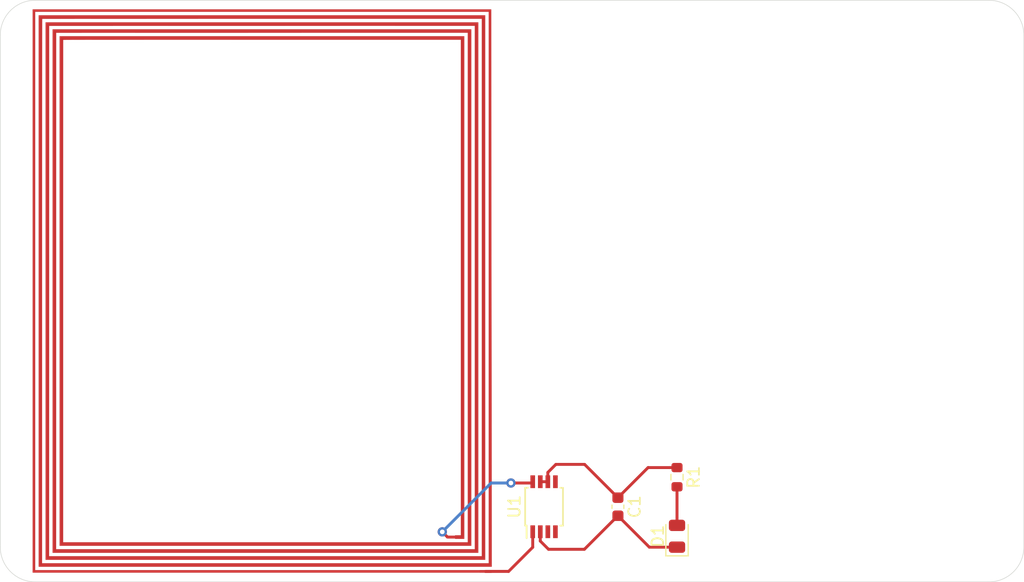
<source format=kicad_pcb>
(kicad_pcb (version 20171130) (host pcbnew 5.1.10)

  (general
    (thickness 1.6)
    (drawings 8)
    (tracks 25)
    (zones 0)
    (modules 5)
    (nets 9)
  )

  (page A4)
  (layers
    (0 F.Cu signal)
    (31 B.Cu signal)
    (32 B.Adhes user)
    (33 F.Adhes user)
    (34 B.Paste user)
    (35 F.Paste user)
    (36 B.SilkS user)
    (37 F.SilkS user)
    (38 B.Mask user)
    (39 F.Mask user)
    (40 Dwgs.User user)
    (41 Cmts.User user)
    (42 Eco1.User user)
    (43 Eco2.User user)
    (44 Edge.Cuts user)
    (45 Margin user)
    (46 B.CrtYd user)
    (47 F.CrtYd user)
    (48 B.Fab user)
    (49 F.Fab user)
  )

  (setup
    (last_trace_width 0.25)
    (trace_clearance 0.2)
    (zone_clearance 0.508)
    (zone_45_only no)
    (trace_min 0.2)
    (via_size 0.8)
    (via_drill 0.4)
    (via_min_size 0.4)
    (via_min_drill 0.3)
    (uvia_size 0.3)
    (uvia_drill 0.1)
    (uvias_allowed no)
    (uvia_min_size 0.2)
    (uvia_min_drill 0.1)
    (edge_width 0.05)
    (segment_width 0.2)
    (pcb_text_width 0.3)
    (pcb_text_size 1.5 1.5)
    (mod_edge_width 0.12)
    (mod_text_size 1 1)
    (mod_text_width 0.15)
    (pad_size 1.524 1.524)
    (pad_drill 0.762)
    (pad_to_mask_clearance 0)
    (aux_axis_origin 0 0)
    (visible_elements FFFFFF7F)
    (pcbplotparams
      (layerselection 0x010fc_ffffffff)
      (usegerberextensions false)
      (usegerberattributes true)
      (usegerberadvancedattributes true)
      (creategerberjobfile true)
      (excludeedgelayer true)
      (linewidth 0.100000)
      (plotframeref false)
      (viasonmask false)
      (mode 1)
      (useauxorigin false)
      (hpglpennumber 1)
      (hpglpenspeed 20)
      (hpglpendiameter 15.000000)
      (psnegative false)
      (psa4output false)
      (plotreference true)
      (plotvalue true)
      (plotinvisibletext false)
      (padsonsilk false)
      (subtractmaskfromsilk false)
      (outputformat 1)
      (mirror false)
      (drillshape 1)
      (scaleselection 1)
      (outputdirectory ""))
  )

  (net 0 "")
  (net 1 "Net-(C1-Pad1)")
  (net 2 "Net-(C1-Pad2)")
  (net 3 "Net-(D1-Pad2)")
  (net 4 "Net-(L1-Pad1)")
  (net 5 "Net-(L1-Pad2)")
  (net 6 "Net-(U1-Pad3)")
  (net 7 "Net-(U1-Pad4)")
  (net 8 "Net-(U1-Pad5)")

  (net_class Default "This is the default net class."
    (clearance 0.2)
    (trace_width 0.25)
    (via_dia 0.8)
    (via_drill 0.4)
    (uvia_dia 0.3)
    (uvia_drill 0.1)
    (add_net "Net-(C1-Pad1)")
    (add_net "Net-(C1-Pad2)")
    (add_net "Net-(D1-Pad2)")
    (add_net "Net-(L1-Pad1)")
    (add_net "Net-(L1-Pad2)")
    (add_net "Net-(U1-Pad3)")
    (add_net "Net-(U1-Pad4)")
    (add_net "Net-(U1-Pad5)")
  )

  (module Capacitor_SMD:C_0603_1608Metric (layer F.Cu) (tedit 5F68FEEE) (tstamp 61B906EC)
    (at 183.1 123.54 270)
    (descr "Capacitor SMD 0603 (1608 Metric), square (rectangular) end terminal, IPC_7351 nominal, (Body size source: IPC-SM-782 page 76, https://www.pcb-3d.com/wordpress/wp-content/uploads/ipc-sm-782a_amendment_1_and_2.pdf), generated with kicad-footprint-generator")
    (tags capacitor)
    (path /61B7AF78)
    (attr smd)
    (fp_text reference C1 (at 0 -1.43 90) (layer F.SilkS)
      (effects (font (size 1 1) (thickness 0.15)))
    )
    (fp_text value 0.22uF (at 0 1.43 90) (layer F.Fab)
      (effects (font (size 1 1) (thickness 0.15)))
    )
    (fp_line (start 1.48 0.73) (end -1.48 0.73) (layer F.CrtYd) (width 0.05))
    (fp_line (start 1.48 -0.73) (end 1.48 0.73) (layer F.CrtYd) (width 0.05))
    (fp_line (start -1.48 -0.73) (end 1.48 -0.73) (layer F.CrtYd) (width 0.05))
    (fp_line (start -1.48 0.73) (end -1.48 -0.73) (layer F.CrtYd) (width 0.05))
    (fp_line (start -0.14058 0.51) (end 0.14058 0.51) (layer F.SilkS) (width 0.12))
    (fp_line (start -0.14058 -0.51) (end 0.14058 -0.51) (layer F.SilkS) (width 0.12))
    (fp_line (start 0.8 0.4) (end -0.8 0.4) (layer F.Fab) (width 0.1))
    (fp_line (start 0.8 -0.4) (end 0.8 0.4) (layer F.Fab) (width 0.1))
    (fp_line (start -0.8 -0.4) (end 0.8 -0.4) (layer F.Fab) (width 0.1))
    (fp_line (start -0.8 0.4) (end -0.8 -0.4) (layer F.Fab) (width 0.1))
    (fp_text user %R (at 0 0 90) (layer F.Fab)
      (effects (font (size 0.4 0.4) (thickness 0.06)))
    )
    (pad 1 smd roundrect (at -0.775 0 270) (size 0.9 0.95) (layers F.Cu F.Paste F.Mask) (roundrect_rratio 0.25)
      (net 1 "Net-(C1-Pad1)"))
    (pad 2 smd roundrect (at 0.775 0 270) (size 0.9 0.95) (layers F.Cu F.Paste F.Mask) (roundrect_rratio 0.25)
      (net 2 "Net-(C1-Pad2)"))
    (model ${KISYS3DMOD}/Capacitor_SMD.3dshapes/C_0603_1608Metric.wrl
      (at (xyz 0 0 0))
      (scale (xyz 1 1 1))
      (rotate (xyz 0 0 0))
    )
  )

  (module LED_SMD:LED_0805_2012Metric (layer F.Cu) (tedit 5F68FEF1) (tstamp 61B906FF)
    (at 188.18 126.08 90)
    (descr "LED SMD 0805 (2012 Metric), square (rectangular) end terminal, IPC_7351 nominal, (Body size source: https://docs.google.com/spreadsheets/d/1BsfQQcO9C6DZCsRaXUlFlo91Tg2WpOkGARC1WS5S8t0/edit?usp=sharing), generated with kicad-footprint-generator")
    (tags LED)
    (path /61B7A3D5)
    (attr smd)
    (fp_text reference D1 (at 0 -1.65 90) (layer F.SilkS)
      (effects (font (size 1 1) (thickness 0.15)))
    )
    (fp_text value LED (at 0 1.65 90) (layer F.Fab)
      (effects (font (size 1 1) (thickness 0.15)))
    )
    (fp_line (start 1.68 0.95) (end -1.68 0.95) (layer F.CrtYd) (width 0.05))
    (fp_line (start 1.68 -0.95) (end 1.68 0.95) (layer F.CrtYd) (width 0.05))
    (fp_line (start -1.68 -0.95) (end 1.68 -0.95) (layer F.CrtYd) (width 0.05))
    (fp_line (start -1.68 0.95) (end -1.68 -0.95) (layer F.CrtYd) (width 0.05))
    (fp_line (start -1.685 0.96) (end 1 0.96) (layer F.SilkS) (width 0.12))
    (fp_line (start -1.685 -0.96) (end -1.685 0.96) (layer F.SilkS) (width 0.12))
    (fp_line (start 1 -0.96) (end -1.685 -0.96) (layer F.SilkS) (width 0.12))
    (fp_line (start 1 0.6) (end 1 -0.6) (layer F.Fab) (width 0.1))
    (fp_line (start -1 0.6) (end 1 0.6) (layer F.Fab) (width 0.1))
    (fp_line (start -1 -0.3) (end -1 0.6) (layer F.Fab) (width 0.1))
    (fp_line (start -0.7 -0.6) (end -1 -0.3) (layer F.Fab) (width 0.1))
    (fp_line (start 1 -0.6) (end -0.7 -0.6) (layer F.Fab) (width 0.1))
    (fp_text user %R (at 0 0 90) (layer F.Fab)
      (effects (font (size 0.5 0.5) (thickness 0.08)))
    )
    (pad 1 smd roundrect (at -0.9375 0 90) (size 0.975 1.4) (layers F.Cu F.Paste F.Mask) (roundrect_rratio 0.25)
      (net 2 "Net-(C1-Pad2)"))
    (pad 2 smd roundrect (at 0.9375 0 90) (size 0.975 1.4) (layers F.Cu F.Paste F.Mask) (roundrect_rratio 0.25)
      (net 3 "Net-(D1-Pad2)"))
    (model ${KISYS3DMOD}/LED_SMD.3dshapes/LED_0805_2012Metric.wrl
      (at (xyz 0 0 0))
      (scale (xyz 1 1 1))
      (rotate (xyz 0 0 0))
    )
  )

  (module NFC-card:antenna (layer F.Cu) (tedit 61B79B14) (tstamp 61B90706)
    (at 152.5 105 180)
    (path /61B7B98A)
    (fp_text reference L1 (at 0 0) (layer F.SilkS) hide
      (effects (font (size 1.524 1.524) (thickness 0.3)))
    )
    (fp_text value NFC_ANT (at 0.75 0) (layer F.SilkS) hide
      (effects (font (size 1.524 1.524) (thickness 0.3)))
    )
    (fp_poly (pts (xy 19.71675 24.214667) (xy -19.706166 24.214667) (xy -19.75 -23.7) (xy -19.5 -23.7)
      (xy -19.5 -23.696083) (xy 19.198167 -23.696083) (xy 19.198167 23.706667) (xy -19.187583 23.706667)
      (xy -19.187583 -23.103417) (xy 18.6055 -23.103417) (xy 18.6055 23.103417) (xy -18.594916 23.103417)
      (xy -18.594916 -22.500167) (xy 18.00225 -22.500167) (xy 18.00225 22.500167) (xy -17.991666 22.500167)
      (xy -17.991666 -21.896917) (xy 17.399 -21.896917) (xy 17.399 21.9075) (xy -17.388416 21.9075)
      (xy -17.388416 -21.30425) (xy -16.6 -21.3) (xy -16.6 -21.2) (xy -16.6 -21)
      (xy -16.79575 -20.997333) (xy -17.102666 -20.997333) (xy -17.102666 21.611167) (xy -0.006424 21.611167)
      (xy 0.723326 21.611165) (xy 1.432209 21.611162) (xy 2.120523 21.611155) (xy 2.788569 21.611145)
      (xy 3.436645 21.611132) (xy 4.06505 21.611116) (xy 4.674083 21.611095) (xy 5.264045 21.61107)
      (xy 5.835234 21.61104) (xy 6.387949 21.611006) (xy 6.92249 21.610966) (xy 7.439155 21.610921)
      (xy 7.938245 21.61087) (xy 8.420058 21.610814) (xy 8.884893 21.61075) (xy 9.33305 21.61068)
      (xy 9.764828 21.610604) (xy 10.180526 21.61052) (xy 10.580443 21.610428) (xy 10.964879 21.610329)
      (xy 11.334133 21.610222) (xy 11.688504 21.610106) (xy 12.028291 21.609981) (xy 12.353793 21.609848)
      (xy 12.66531 21.609705) (xy 12.963141 21.609553) (xy 13.247586 21.609391) (xy 13.518942 21.609219)
      (xy 13.77751 21.609036) (xy 14.023589 21.608843) (xy 14.257478 21.608638) (xy 14.479477 21.608423)
      (xy 14.689884 21.608195) (xy 14.888998 21.607956) (xy 15.07712 21.607705) (xy 15.254547 21.607441)
      (xy 15.42158 21.607164) (xy 15.578518 21.606874) (xy 15.725659 21.606571) (xy 15.863304 21.606254)
      (xy 15.99175 21.605924) (xy 16.111299 21.605579) (xy 16.222248 21.605219) (xy 16.324897 21.604845)
      (xy 16.419545 21.604455) (xy 16.506491 21.60405) (xy 16.586035 21.60363) (xy 16.658476 21.603193)
      (xy 16.724113 21.60274) (xy 16.783246 21.602271) (xy 16.836172 21.601784) (xy 16.883193 21.601281)
      (xy 16.924606 21.60076) (xy 16.960712 21.600221) (xy 16.991809 21.599664) (xy 17.018197 21.599089)
      (xy 17.040174 21.598496) (xy 17.058041 21.597883) (xy 17.072096 21.597251) (xy 17.082638 21.596599)
      (xy 17.089968 21.595928) (xy 17.094383 21.595237) (xy 17.096183 21.594525) (xy 17.096243 21.594426)
      (xy 17.096444 21.583369) (xy 17.096644 21.551458) (xy 17.096842 21.49901) (xy 17.097039 21.426337)
      (xy 17.097233 21.333753) (xy 17.097426 21.221573) (xy 17.097617 21.09011) (xy 17.097806 20.939679)
      (xy 17.097993 20.770594) (xy 17.098177 20.583168) (xy 17.098359 20.377716) (xy 17.098539 20.154552)
      (xy 17.098716 19.91399) (xy 17.098891 19.656343) (xy 17.099063 19.381927) (xy 17.099232 19.091054)
      (xy 17.099398 18.784039) (xy 17.099561 18.461197) (xy 17.099721 18.12284) (xy 17.099878 17.769283)
      (xy 17.100032 17.400841) (xy 17.100182 17.017826) (xy 17.100329 16.620554) (xy 17.100473 16.209338)
      (xy 17.100612 15.784492) (xy 17.100748 15.346331) (xy 17.10088 14.895168) (xy 17.101009 14.431317)
      (xy 17.101133 13.955093) (xy 17.101253 13.466809) (xy 17.101369 12.96678) (xy 17.10148 12.45532)
      (xy 17.101587 11.932741) (xy 17.10169 11.39936) (xy 17.101788 10.855489) (xy 17.101882 10.301443)
      (xy 17.10197 9.737536) (xy 17.102054 9.164081) (xy 17.102133 8.581393) (xy 17.102207 7.989786)
      (xy 17.102276 7.389574) (xy 17.102339 6.781071) (xy 17.102397 6.164591) (xy 17.10245 5.540448)
      (xy 17.102497 4.908956) (xy 17.102539 4.270429) (xy 17.102575 3.625181) (xy 17.102605 2.973526)
      (xy 17.102629 2.315779) (xy 17.102648 1.652252) (xy 17.10266 0.983261) (xy 17.102666 0.30912)
      (xy 17.102667 -0.011449) (xy 17.102667 -21.600583) (xy -17.695333 -21.600583) (xy -17.695333 22.214423)
      (xy 17.700625 22.209125) (xy 17.703274 0.007937) (xy 17.705922 -22.19325) (xy -18.298583 -22.19325)
      (xy -18.298583 22.807089) (xy 0.002646 22.80444) (xy 18.303875 22.801792) (xy 18.306523 0.002646)
      (xy 18.309172 -22.7965) (xy -18.901833 -22.7965) (xy -18.901833 23.410333) (xy -0.011449 23.410333)
      (xy 0.621178 23.41033) (xy 1.248784 23.410319) (xy 1.871032 23.410301) (xy 2.487586 23.410277)
      (xy 3.098112 23.410246) (xy 3.702273 23.410208) (xy 4.299734 23.410163) (xy 4.890158 23.410113)
      (xy 5.473211 23.410055) (xy 6.048555 23.409992) (xy 6.615856 23.409923) (xy 7.174777 23.409848)
      (xy 7.724984 23.409767) (xy 8.266139 23.40968) (xy 8.797908 23.409587) (xy 9.319954 23.40949)
      (xy 9.831943 23.409386) (xy 10.333537 23.409278) (xy 10.824401 23.409164) (xy 11.3042 23.409045)
      (xy 11.772597 23.408922) (xy 12.229258 23.408793) (xy 12.673845 23.40866) (xy 13.106024 23.408523)
      (xy 13.525458 23.40838) (xy 13.931813 23.408234) (xy 14.324751 23.408083) (xy 14.703938 23.407928)
      (xy 15.069037 23.40777) (xy 15.419713 23.407607) (xy 15.75563 23.40744) (xy 16.076452 23.40727)
      (xy 16.381843 23.407096) (xy 16.671468 23.406919) (xy 16.944991 23.406739) (xy 17.202076 23.406555)
      (xy 17.442387 23.406368) (xy 17.665589 23.406178) (xy 17.871346 23.405986) (xy 18.059322 23.40579)
      (xy 18.229181 23.405592) (xy 18.380587 23.405392) (xy 18.513205 23.405189) (xy 18.626699 23.404984)
      (xy 18.720733 23.404776) (xy 18.794972 23.404567) (xy 18.849079 23.404355) (xy 18.882719 23.404142)
      (xy 18.895556 23.403927) (xy 18.895676 23.403909) (xy 18.896288 23.402493) (xy 18.896885 23.398549)
      (xy 18.897468 23.391822) (xy 18.898035 23.382055) (xy 18.898589 23.368994) (xy 18.899128 23.352381)
      (xy 18.899653 23.331963) (xy 18.900164 23.307482) (xy 18.900662 23.278684) (xy 18.901146 23.245311)
      (xy 18.901616 23.207109) (xy 18.902074 23.163822) (xy 18.902518 23.115194) (xy 18.90295 23.060969)
      (xy 18.903369 23.000892) (xy 18.903776 22.934707) (xy 18.904171 22.862157) (xy 18.904554 22.782988)
      (xy 18.904924 22.696943) (xy 18.905283 22.603767) (xy 18.905631 22.503204) (xy 18.905967 22.394998)
      (xy 18.906292 22.278893) (xy 18.906607 22.154635) (xy 18.90691 22.021966) (xy 18.907203 21.880631)
      (xy 18.907486 21.730375) (xy 18.907758 21.570941) (xy 18.90802 21.402074) (xy 18.908273 21.223519)
      (xy 18.908515 21.035018) (xy 18.908749 20.836318) (xy 18.908973 20.627161) (xy 18.909188 20.407292)
      (xy 18.909394 20.176456) (xy 18.909591 19.934396) (xy 18.90978 19.680857) (xy 18.90996 19.415583)
      (xy 18.910132 19.138319) (xy 18.910296 18.848808) (xy 18.910453 18.546795) (xy 18.910601 18.232023)
      (xy 18.910742 17.904239) (xy 18.910876 17.563184) (xy 18.911003 17.208605) (xy 18.911123 16.840244)
      (xy 18.911236 16.457847) (xy 18.911343 16.061157) (xy 18.911443 15.649919) (xy 18.911537 15.223877)
      (xy 18.911625 14.782775) (xy 18.911708 14.326357) (xy 18.911784 13.854369) (xy 18.911855 13.366553)
      (xy 18.911921 12.862654) (xy 18.911982 12.342417) (xy 18.912038 11.805585) (xy 18.912089 11.251904)
      (xy 18.912136 10.681116) (xy 18.912178 10.092967) (xy 18.912217 9.487201) (xy 18.912251 8.863561)
      (xy 18.912281 8.221793) (xy 18.912308 7.56164) (xy 18.912331 6.882846) (xy 18.912351 6.185157)
      (xy 18.912368 5.468315) (xy 18.912382 4.732066) (xy 18.912394 3.976153) (xy 18.912403 3.200321)
      (xy 18.912409 2.404315) (xy 18.912414 1.587877) (xy 18.912416 0.750753) (xy 18.912417 -0.001132)
      (xy 18.912417 -23.39975) (xy -19.4945 -23.39975) (xy -19.4945 24.013583) (xy 19.505084 24.013583)
      (xy 19.505084 -23.992417) (xy -19.4945 -23.992417) (xy -19.75 -23.992417) (xy -19.75 -24.204083)
      (xy 19.71675 -24.204083) (xy 19.71675 24.214667)) (layer F.Cu) (width 0.01))
    (pad 1 smd rect (at -16.85 -21.15 180) (size 0.5 0.2) (layers F.Cu F.Paste)
      (net 4 "Net-(L1-Pad1)"))
    (pad 2 smd rect (at -19.2 -24.1 180) (size 1 0.2) (layers F.Cu F.Paste)
      (net 5 "Net-(L1-Pad2)"))
  )

  (module Resistor_SMD:R_0603_1608Metric (layer F.Cu) (tedit 5F68FEEE) (tstamp 61B90A22)
    (at 188.18 121 270)
    (descr "Resistor SMD 0603 (1608 Metric), square (rectangular) end terminal, IPC_7351 nominal, (Body size source: IPC-SM-782 page 72, https://www.pcb-3d.com/wordpress/wp-content/uploads/ipc-sm-782a_amendment_1_and_2.pdf), generated with kicad-footprint-generator")
    (tags resistor)
    (path /61B79988)
    (attr smd)
    (fp_text reference R1 (at 0 -1.43 90) (layer F.SilkS)
      (effects (font (size 1 1) (thickness 0.15)))
    )
    (fp_text value 47 (at 0 1.43 90) (layer F.Fab)
      (effects (font (size 1 1) (thickness 0.15)))
    )
    (fp_line (start 1.48 0.73) (end -1.48 0.73) (layer F.CrtYd) (width 0.05))
    (fp_line (start 1.48 -0.73) (end 1.48 0.73) (layer F.CrtYd) (width 0.05))
    (fp_line (start -1.48 -0.73) (end 1.48 -0.73) (layer F.CrtYd) (width 0.05))
    (fp_line (start -1.48 0.73) (end -1.48 -0.73) (layer F.CrtYd) (width 0.05))
    (fp_line (start -0.237258 0.5225) (end 0.237258 0.5225) (layer F.SilkS) (width 0.12))
    (fp_line (start -0.237258 -0.5225) (end 0.237258 -0.5225) (layer F.SilkS) (width 0.12))
    (fp_line (start 0.8 0.4125) (end -0.8 0.4125) (layer F.Fab) (width 0.1))
    (fp_line (start 0.8 -0.4125) (end 0.8 0.4125) (layer F.Fab) (width 0.1))
    (fp_line (start -0.8 -0.4125) (end 0.8 -0.4125) (layer F.Fab) (width 0.1))
    (fp_line (start -0.8 0.4125) (end -0.8 -0.4125) (layer F.Fab) (width 0.1))
    (fp_text user %R (at 0 0 90) (layer F.Fab)
      (effects (font (size 0.4 0.4) (thickness 0.06)))
    )
    (pad 1 smd roundrect (at -0.825 0 270) (size 0.8 0.95) (layers F.Cu F.Paste F.Mask) (roundrect_rratio 0.25)
      (net 1 "Net-(C1-Pad1)"))
    (pad 2 smd roundrect (at 0.825 0 270) (size 0.8 0.95) (layers F.Cu F.Paste F.Mask) (roundrect_rratio 0.25)
      (net 3 "Net-(D1-Pad2)"))
    (model ${KISYS3DMOD}/Resistor_SMD.3dshapes/R_0603_1608Metric.wrl
      (at (xyz 0 0 0))
      (scale (xyz 1 1 1))
      (rotate (xyz 0 0 0))
    )
  )

  (module Package_SO:TSSOP-8_3x3mm_P0.65mm (layer F.Cu) (tedit 5A02F25C) (tstamp 61B9090A)
    (at 176.75 123.54 90)
    (descr "TSSOP8: plastic thin shrink small outline package; 8 leads; body width 3 mm; (see NXP SSOP-TSSOP-VSO-REFLOW.pdf and sot505-1_po.pdf)")
    (tags "SSOP 0.65")
    (path /61B786C3)
    (attr smd)
    (fp_text reference U1 (at 0 -2.55 90) (layer F.SilkS)
      (effects (font (size 1 1) (thickness 0.15)))
    )
    (fp_text value NT3H2111 (at 0 2.55 90) (layer F.Fab)
      (effects (font (size 1 1) (thickness 0.15)))
    )
    (fp_line (start -1.625 -1.5) (end -2.7 -1.5) (layer F.SilkS) (width 0.15))
    (fp_line (start -1.625 1.625) (end 1.625 1.625) (layer F.SilkS) (width 0.15))
    (fp_line (start -1.625 -1.625) (end 1.625 -1.625) (layer F.SilkS) (width 0.15))
    (fp_line (start -1.625 1.625) (end -1.625 1.4) (layer F.SilkS) (width 0.15))
    (fp_line (start 1.625 1.625) (end 1.625 1.4) (layer F.SilkS) (width 0.15))
    (fp_line (start 1.625 -1.625) (end 1.625 -1.4) (layer F.SilkS) (width 0.15))
    (fp_line (start -1.625 -1.625) (end -1.625 -1.5) (layer F.SilkS) (width 0.15))
    (fp_line (start -2.95 1.8) (end 2.95 1.8) (layer F.CrtYd) (width 0.05))
    (fp_line (start -2.95 -1.8) (end 2.95 -1.8) (layer F.CrtYd) (width 0.05))
    (fp_line (start 2.95 -1.8) (end 2.95 1.8) (layer F.CrtYd) (width 0.05))
    (fp_line (start -2.95 -1.8) (end -2.95 1.8) (layer F.CrtYd) (width 0.05))
    (fp_line (start -1.5 -0.5) (end -0.5 -1.5) (layer F.Fab) (width 0.15))
    (fp_line (start -1.5 1.5) (end -1.5 -0.5) (layer F.Fab) (width 0.15))
    (fp_line (start 1.5 1.5) (end -1.5 1.5) (layer F.Fab) (width 0.15))
    (fp_line (start 1.5 -1.5) (end 1.5 1.5) (layer F.Fab) (width 0.15))
    (fp_line (start -0.5 -1.5) (end 1.5 -1.5) (layer F.Fab) (width 0.15))
    (fp_text user %R (at 0 0 90) (layer F.Fab)
      (effects (font (size 0.6 0.6) (thickness 0.15)))
    )
    (pad 1 smd rect (at -2.15 -0.975 90) (size 1.1 0.4) (layers F.Cu F.Paste F.Mask)
      (net 5 "Net-(L1-Pad2)"))
    (pad 2 smd rect (at -2.15 -0.325 90) (size 1.1 0.4) (layers F.Cu F.Paste F.Mask)
      (net 2 "Net-(C1-Pad2)"))
    (pad 3 smd rect (at -2.15 0.325 90) (size 1.1 0.4) (layers F.Cu F.Paste F.Mask)
      (net 6 "Net-(U1-Pad3)"))
    (pad 4 smd rect (at -2.15 0.975 90) (size 1.1 0.4) (layers F.Cu F.Paste F.Mask)
      (net 7 "Net-(U1-Pad4)"))
    (pad 5 smd rect (at 2.15 0.975 90) (size 1.1 0.4) (layers F.Cu F.Paste F.Mask)
      (net 8 "Net-(U1-Pad5)"))
    (pad 6 smd rect (at 2.15 0.325 90) (size 1.1 0.4) (layers F.Cu F.Paste F.Mask)
      (net 1 "Net-(C1-Pad1)"))
    (pad 7 smd rect (at 2.15 -0.325 90) (size 1.1 0.4) (layers F.Cu F.Paste F.Mask)
      (net 1 "Net-(C1-Pad1)"))
    (pad 8 smd rect (at 2.15 -0.975 90) (size 1.1 0.4) (layers F.Cu F.Paste F.Mask)
      (net 4 "Net-(L1-Pad1)"))
    (model ${KISYS3DMOD}/Package_SO.3dshapes/TSSOP-8_3x3mm_P0.65mm.wrl
      (at (xyz 0 0 0))
      (scale (xyz 1 1 1))
      (rotate (xyz 0 0 0))
    )
  )

  (gr_line (start 218 127) (end 218 83) (layer Edge.Cuts) (width 0.05) (tstamp 61B90C3D))
  (gr_line (start 133 130) (end 215 130) (layer Edge.Cuts) (width 0.05) (tstamp 61B90C3C))
  (gr_line (start 130 83) (end 130 127) (layer Edge.Cuts) (width 0.05) (tstamp 61B90C3B))
  (gr_line (start 215 80) (end 133 80) (layer Edge.Cuts) (width 0.05) (tstamp 61B90C3A))
  (gr_arc (start 215 83) (end 218 83) (angle -90) (layer Edge.Cuts) (width 0.05))
  (gr_arc (start 133 83) (end 133 80) (angle -90) (layer Edge.Cuts) (width 0.05))
  (gr_arc (start 133 127) (end 130 127) (angle -90) (layer Edge.Cuts) (width 0.05))
  (gr_arc (start 215 127) (end 215 130) (angle -90) (layer Edge.Cuts) (width 0.05))

  (segment (start 185.69 120.175) (end 183.1 122.765) (width 0.25) (layer F.Cu) (net 1))
  (segment (start 188.18 120.175) (end 185.69 120.175) (width 0.25) (layer F.Cu) (net 1))
  (segment (start 176.425 121.39) (end 177.075 121.39) (width 0.25) (layer F.Cu) (net 1))
  (segment (start 177.075 120.59) (end 177.765 119.9) (width 0.25) (layer F.Cu) (net 1))
  (segment (start 177.075 121.39) (end 177.075 120.59) (width 0.25) (layer F.Cu) (net 1))
  (segment (start 180.235 119.9) (end 183.1 122.765) (width 0.25) (layer F.Cu) (net 1))
  (segment (start 177.765 119.9) (end 180.235 119.9) (width 0.25) (layer F.Cu) (net 1))
  (segment (start 185.8025 127.0175) (end 183.1 124.315) (width 0.25) (layer F.Cu) (net 2))
  (segment (start 188.18 127.0175) (end 185.8025 127.0175) (width 0.25) (layer F.Cu) (net 2))
  (segment (start 176.425 126.49) (end 177.135 127.2) (width 0.25) (layer F.Cu) (net 2))
  (segment (start 176.425 125.69) (end 176.425 126.49) (width 0.25) (layer F.Cu) (net 2))
  (segment (start 180.215 127.2) (end 183.1 124.315) (width 0.25) (layer F.Cu) (net 2))
  (segment (start 177.135 127.2) (end 180.215 127.2) (width 0.25) (layer F.Cu) (net 2))
  (segment (start 188.18 121.825) (end 188.18 125.1425) (width 0.25) (layer F.Cu) (net 3))
  (via (at 168 125.7) (size 0.8) (drill 0.4) (layers F.Cu B.Cu) (net 4))
  (segment (start 168.45 126.15) (end 168 125.7) (width 0.25) (layer F.Cu) (net 4))
  (segment (start 169.35 126.15) (end 168.45 126.15) (width 0.25) (layer F.Cu) (net 4))
  (segment (start 168 125.7) (end 172.2 121.5) (width 0.25) (layer B.Cu) (net 4))
  (via (at 173.9 121.5) (size 0.8) (drill 0.4) (layers F.Cu B.Cu) (net 4))
  (segment (start 172.2 121.5) (end 173.9 121.5) (width 0.25) (layer B.Cu) (net 4))
  (segment (start 175.665 121.5) (end 175.775 121.39) (width 0.25) (layer F.Cu) (net 4))
  (segment (start 173.9 121.5) (end 175.665 121.5) (width 0.25) (layer F.Cu) (net 4))
  (segment (start 175.775 125.69) (end 175.775 127.025) (width 0.25) (layer F.Cu) (net 5))
  (segment (start 173.7 129.1) (end 171.7 129.1) (width 0.25) (layer F.Cu) (net 5))
  (segment (start 175.775 127.025) (end 173.7 129.1) (width 0.25) (layer F.Cu) (net 5))

)

</source>
